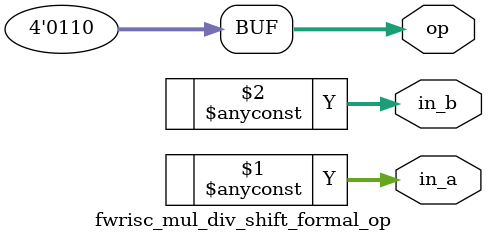
<source format=sv>

module fwrisc_mul_div_shift_formal_op(
		output[31:0]		in_a,
		output[31:0]		in_b,
		output[3:0]			op
		);
	
assign op = 4'b0110; // mulsh
//assign in_a = 32'd2;
//assign in_b = 32'd2;
assign in_a = $anyconst;
assign in_b = $anyconst;

endmodule
</source>
